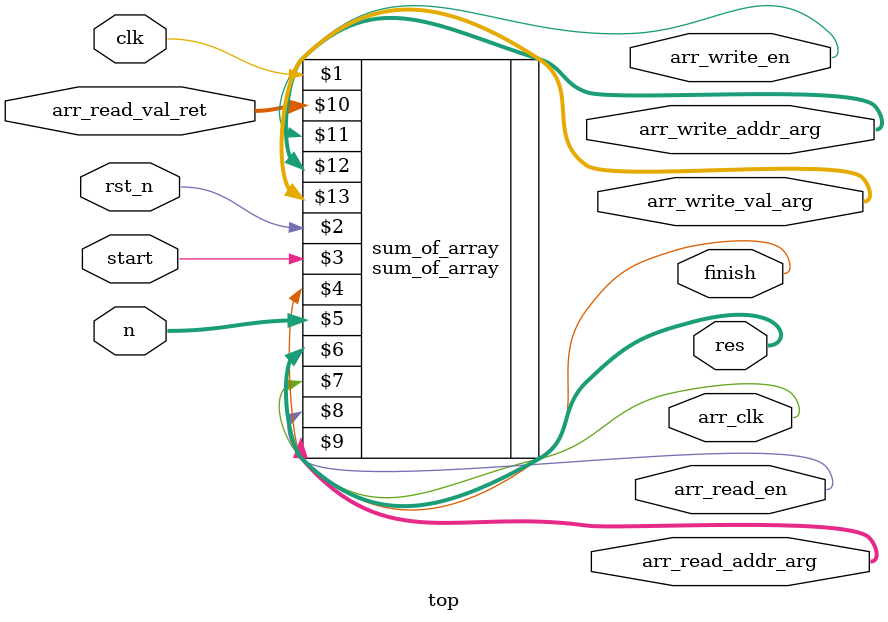
<source format=v>
module top(
    clk,
    rst_n,
    start,
    finish,
    n,
    res,
    arr_clk,
    arr_read_en,
    arr_read_addr_arg,
    arr_read_val_ret,
    arr_write_en,
    arr_write_addr_arg,
    arr_write_val_arg
);
    input clk;
    input rst_n;
    input start;
    output finish;
    input [9:0] n;
    output [31:0] res;
    output arr_clk;
    output arr_read_en;
    output [9:0] arr_read_addr_arg;
    input [31:0] arr_read_val_ret;
    output arr_write_en;
    output [9:0] arr_write_addr_arg;
    output [31:0] arr_write_val_arg;

    sum_of_array sum_of_array(clk, rst_n, start, finish, n, res, arr_clk, arr_read_en, arr_read_addr_arg, arr_read_val_ret, arr_write_en, arr_write_addr_arg, arr_write_val_arg);
endmodule
</source>
